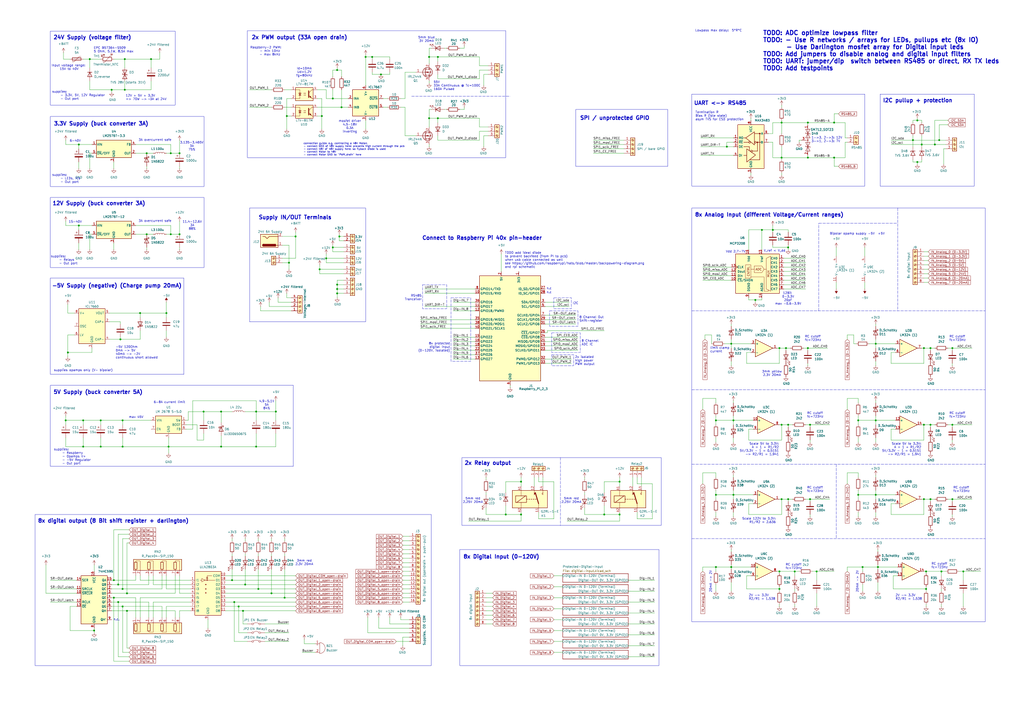
<source format=kicad_sch>
(kicad_sch
	(version 20231120)
	(generator "eeschema")
	(generator_version "8.0")
	(uuid "af4d11a6-73e1-4c39-a25e-5fe7dfa07237")
	(paper "A2")
	
	(junction
		(at 48.26 259.08)
		(diameter 0)
		(color 0 0 0 0)
		(uuid "04e54955-95ed-4070-adbb-7cee1b2c7a8b")
	)
	(junction
		(at 135.89 349.25)
		(diameter 0)
		(color 0 0 0 0)
		(uuid "05eca1c0-0042-44d8-82a8-b1f48175c33d")
	)
	(junction
		(at 483.87 91.44)
		(diameter 0)
		(color 0 0 0 0)
		(uuid "06f335d7-63de-4572-a20a-022b6c7f93c9")
	)
	(junction
		(at 542.29 83.82)
		(diameter 0)
		(color 0 0 0 0)
		(uuid "072c8fc6-89d0-4715-8ea4-dd9134761f17")
	)
	(junction
		(at 529.59 81.28)
		(diameter 0)
		(color 0 0 0 0)
		(uuid "07823899-5798-4592-8eff-8b1fe5858f30")
	)
	(junction
		(at 220.98 43.18)
		(diameter 0)
		(color 0 0 0 0)
		(uuid "0c7b1ae2-c684-4906-92c2-8dfa0b9613b9")
	)
	(junction
		(at 193.04 57.15)
		(diameter 0)
		(color 0 0 0 0)
		(uuid "0eedc99b-ff42-4961-8286-6066dee5c8fe")
	)
	(junction
		(at 455.93 201.93)
		(diameter 0)
		(color 0 0 0 0)
		(uuid "0fefb793-9883-40a2-bd83-f35b47e8dbdb")
	)
	(junction
		(at 66.04 336.55)
		(diameter 0)
		(color 0 0 0 0)
		(uuid "10026633-9ac7-4b72-aa53-10151f42da81")
	)
	(junction
		(at 71.12 243.84)
		(diameter 0)
		(color 0 0 0 0)
		(uuid "105d8991-ac05-4276-b194-5060bc474cf0")
	)
	(junction
		(at 424.18 328.93)
		(diameter 0)
		(color 0 0 0 0)
		(uuid "11161079-c1a9-4ebe-8de9-fa873f6e9640")
	)
	(junction
		(at 186.69 67.31)
		(diameter 0)
		(color 0 0 0 0)
		(uuid "11580b8b-6675-41d3-b33d-e1ed958eda93")
	)
	(junction
		(at 142.24 339.09)
		(diameter 0)
		(color 0 0 0 0)
		(uuid "11903fdd-3575-4409-96d6-35550cd46cfd")
	)
	(junction
		(at 195.58 40.64)
		(diameter 0)
		(color 0 0 0 0)
		(uuid "14ee932b-b4bf-415b-ab21-01e0b930417b")
	)
	(junction
		(at 39.37 204.47)
		(diameter 0)
		(color 0 0 0 0)
		(uuid "16107448-b037-4021-a9bb-1fb19d6f36c7")
	)
	(junction
		(at 468.63 71.12)
		(diameter 0)
		(color 0 0 0 0)
		(uuid "1827b75e-5515-4844-a399-117e6918fd73")
	)
	(junction
		(at 149.86 341.63)
		(diameter 0)
		(color 0 0 0 0)
		(uuid "1ab2b0ca-ba04-4500-a455-f6bec6b9245f")
	)
	(junction
		(at 532.13 93.98)
		(diameter 0)
		(color 0 0 0 0)
		(uuid "1c476741-4a7f-44e7-a84a-5b0fc50d1df8")
	)
	(junction
		(at 72.39 52.07)
		(diameter 0)
		(color 0 0 0 0)
		(uuid "1ca1e8b3-a925-433d-8b97-4bcdb1b98a40")
	)
	(junction
		(at 457.2 246.38)
		(diameter 0)
		(color 0 0 0 0)
		(uuid "209182a8-b4b9-40cd-b5b2-bd90b860e927")
	)
	(junction
		(at 461.01 331.47)
		(diameter 0)
		(color 0 0 0 0)
		(uuid "2108f88e-bd30-4e37-bd43-f81a6b0a951c")
	)
	(junction
		(at 302.26 279.4)
		(diameter 0)
		(color 0 0 0 0)
		(uuid "213f96fc-26d9-4cf1-83bd-f4336ef00b81")
	)
	(junction
		(at 350.52 298.45)
		(diameter 0)
		(color 0 0 0 0)
		(uuid "236f3f4e-76e9-4351-baf1-7665cdb427aa")
	)
	(junction
		(at 128.27 238.76)
		(diameter 0)
		(color 0 0 0 0)
		(uuid "28045595-b22a-4b06-9953-9f52298bbfc3")
	)
	(junction
		(at 425.45 287.02)
		(diameter 0)
		(color 0 0 0 0)
		(uuid "28934ae1-6d54-433a-8602-d8951919fe72")
	)
	(junction
		(at 248.92 33.02)
		(diameter 0)
		(color 0 0 0 0)
		(uuid "2a544a35-89e9-4403-a76e-deca404b0df4")
	)
	(junction
		(at 453.39 71.12)
		(diameter 0)
		(color 0 0 0 0)
		(uuid "2d47b40e-d23f-458b-8bda-f40f4a63d16c")
	)
	(junction
		(at 415.29 287.02)
		(diameter 0)
		(color 0 0 0 0)
		(uuid "2f3e2706-66a2-4ddc-84d7-d0f87e408bee")
	)
	(junction
		(at 52.07 34.29)
		(diameter 0)
		(color 0 0 0 0)
		(uuid "323916cf-5786-4346-bdcd-89c81cb32737")
	)
	(junction
		(at 171.45 137.16)
		(diameter 0)
		(color 0 0 0 0)
		(uuid "36c7ffc8-59d3-497b-8dce-a7b0d2f66aca")
	)
	(junction
		(at 185.42 156.21)
		(diameter 0)
		(color 0 0 0 0)
		(uuid "36d68065-ce7c-4d04-bfc0-73baed985380")
	)
	(junction
		(at 48.26 243.84)
		(diameter 0)
		(color 0 0 0 0)
		(uuid "383ef42e-22d7-43b3-89d3-2af42737728c")
	)
	(junction
		(at 535.94 246.38)
		(diameter 0)
		(color 0 0 0 0)
		(uuid "3ae78f7f-94a6-4485-a6b5-d7ce73e1abef")
	)
	(junction
		(at 54.61 365.76)
		(diameter 0)
		(color 0 0 0 0)
		(uuid "3c754c5e-b249-46c4-9d05-9f550316aca5")
	)
	(junction
		(at 415.29 328.93)
		(diameter 0)
		(color 0 0 0 0)
		(uuid "3e62f561-0d72-4e6a-934a-49655edcba7a")
	)
	(junction
		(at 196.85 137.16)
		(diameter 0)
		(color 0 0 0 0)
		(uuid "4165b357-897a-49f2-9ef7-d976d8e6b00f")
	)
	(junction
		(at 58.42 243.84)
		(diameter 0)
		(color 0 0 0 0)
		(uuid "422bc740-9691-4697-b466-286d91cb40aa")
	)
	(junction
		(at 448.31 133.35)
		(diameter 0)
		(color 0 0 0 0)
		(uuid "42f8f2a2-d4f1-4f85-a7f3-af76fd15f334")
	)
	(junction
		(at 81.28 181.61)
		(diameter 0)
		(color 0 0 0 0)
		(uuid "49b65474-3c4a-461b-8a68-40a6b20540ce")
	)
	(junction
		(at 535.94 201.93)
		(diameter 0)
		(color 0 0 0 0)
		(uuid "4c28afa4-cb18-4457-bfd3-5c53dabd8baa")
	)
	(junction
		(at 66.04 346.71)
		(diameter 0)
		(color 0 0 0 0)
		(uuid "4dd49bce-72c0-4885-aaa1-4fc2ceee5ed9")
	)
	(junction
		(at 438.15 173.99)
		(diameter 0)
		(color 0 0 0 0)
		(uuid "4e57230f-aabe-47d0-b863-f2adc3d1ffe4")
	)
	(junction
		(at 537.21 331.47)
		(diameter 0)
		(color 0 0 0 0)
		(uuid "51a2075d-152f-4706-892e-e33346bc5c7c")
	)
	(junction
		(at 469.9 289.56)
		(diameter 0)
		(color 0 0 0 0)
		(uuid "5350fbf4-d95b-437a-9686-20f0bf58d3a4")
	)
	(junction
		(at 534.67 83.82)
		(diameter 0)
		(color 0 0 0 0)
		(uuid "53d66afe-70cb-456e-9b1b-03e37a30427c")
	)
	(junction
		(at 535.94 289.56)
		(diameter 0)
		(color 0 0 0 0)
		(uuid "5453c15f-3da7-498f-b4d4-eefd4a32800e")
	)
	(junction
		(at 71.12 259.08)
		(diameter 0)
		(color 0 0 0 0)
		(uuid "548e2dfb-04f2-4d21-ab49-d803782e4bea")
	)
	(junction
		(at 165.1 346.71)
		(diameter 0)
		(color 0 0 0 0)
		(uuid "5728ee18-fcb1-40dc-a17f-8fbad76f4f48")
	)
	(junction
		(at 497.84 243.84)
		(diameter 0)
		(color 0 0 0 0)
		(uuid "57a339c8-b411-45ff-a169-a3416d23d890")
	)
	(junction
		(at 359.41 298.45)
		(diameter 0)
		(color 0 0 0 0)
		(uuid "58641e9a-dfea-4a17-a599-d3f20704b922")
	)
	(junction
		(at 104.14 135.89)
		(diameter 0)
		(color 0 0 0 0)
		(uuid "5b0eb3d4-c4be-4d9b-9e7b-ef02c7a05fa6")
	)
	(junction
		(at 552.45 246.38)
		(diameter 0)
		(color 0 0 0 0)
		(uuid "5fd46808-879e-44b8-af18-96d3e87ab16f")
	)
	(junction
		(at 104.14 88.9)
		(diameter 0)
		(color 0 0 0 0)
		(uuid "6030d6cb-547f-4627-bb7a-29b5d50e2d7c")
	)
	(junction
		(at 532.13 69.85)
		(diameter 0)
		(color 0 0 0 0)
		(uuid "60649139-4bdd-472e-9af5-360b27505cfe")
	)
	(junction
		(at 45.72 83.82)
		(diameter 0)
		(color 0 0 0 0)
		(uuid "61300700-7a6f-4cf0-89e3-de24251aaf76")
	)
	(junction
		(at 500.38 328.93)
		(diameter 0)
		(color 0 0 0 0)
		(uuid "628c5c50-25e2-4f91-8c48-b88818b7ae22")
	)
	(junction
		(at 508 243.84)
		(diameter 0)
		(color 0 0 0 0)
		(uuid "681b0c0c-503e-42b4-b413-9d8b61948eb7")
	)
	(junction
		(at 189.23 149.86)
		(diameter 0)
		(color 0 0 0 0)
		(uuid "6cf7d574-f4cc-4d2d-aaa4-333b42743989")
	)
	(junction
		(at 212.09 33.02)
		(diameter 0)
		(color 0 0 0 0)
		(uuid "6f8dae14-e5bb-4ed3-8136-992dd6b276bb")
	)
	(junction
		(at 441.96 133.35)
		(diameter 0)
		(color 0 0 0 0)
		(uuid "71c80c36-cea0-487c-bcb3-ac90e6cf6909")
	)
	(junction
		(at 99.06 135.89)
		(diameter 0)
		(color 0 0 0 0)
		(uuid "72aa6fa5-05f9-4fb4-9b06-f61f0b76719e")
	)
	(junction
		(at 497.84 287.02)
		(diameter 0)
		(color 0 0 0 0)
		(uuid "72cd6455-fb65-4b52-8421-80100f0ddc8f")
	)
	(junction
		(at 68.58 339.09)
		(diameter 0)
		(color 0 0 0 0)
		(uuid "751fb691-f4d4-4afb-8c99-237d44216e6a")
	)
	(junction
		(at 160.02 238.76)
		(diameter 0)
		(color 0 0 0 0)
		(uuid "75c001cd-17a9-469a-b125-e6fab77c80b6")
	)
	(junction
		(at 457.2 143.51)
		(diameter 0)
		(color 0 0 0 0)
		(uuid "7b6a19d9-d84c-4ace-9ad2-e52657e5669a")
	)
	(junction
		(at 96.52 181.61)
		(diameter 0)
		(color 0 0 0 0)
		(uuid "7e3134f9-4b48-4e64-b337-949ca5145048")
	)
	(junction
		(at 167.64 152.4)
		(diameter 0)
		(color 0 0 0 0)
		(uuid "7e34b571-ccc5-431c-9beb-4c51058dace2")
	)
	(junction
		(at 452.12 331.47)
		(diameter 0)
		(color 0 0 0 0)
		(uuid "7eee6ae0-e862-4cf5-a20a-077da3b5824a")
	)
	(junction
		(at 552.45 201.93)
		(diameter 0)
		(color 0 0 0 0)
		(uuid "85be4b5b-1dd3-4429-a51f-714f415e4cb3")
	)
	(junction
		(at 58.42 259.08)
		(diameter 0)
		(color 0 0 0 0)
		(uuid "8858408f-f194-4c4f-bd3d-5f79bdeb0f2d")
	)
	(junction
		(at 195.58 165.1)
		(diameter 0)
		(color 0 0 0 0)
		(uuid "88c2711e-5b03-40e9-b711-09a368eecd39")
	)
	(junction
		(at 148.59 259.08)
		(diameter 0)
		(color 0 0 0 0)
		(uuid "89ab178e-a455-4ee1-9c37-6616d82dbbfd")
	)
	(junction
		(at 99.06 88.9)
		(diameter 0)
		(color 0 0 0 0)
		(uuid "8a14436b-3658-4869-9928-b6970ddfd0dd")
	)
	(junction
		(at 425.45 243.84)
		(diameter 0)
		(color 0 0 0 0)
		(uuid "8c0d1323-aeaa-4fdf-940b-e96e8f624588")
	)
	(junction
		(at 508 287.02)
		(diameter 0)
		(color 0 0 0 0)
		(uuid "8c384515-970b-4a9b-9d25-34f7c7cf5a31")
	)
	(junction
		(at 215.9 33.02)
		(diameter 0)
		(color 0 0 0 0)
		(uuid "900094c6-ad82-42ce-b9e4-bbff1fbd4f7d")
	)
	(junction
		(at 157.48 344.17)
		(diameter 0)
		(color 0 0 0 0)
		(uuid "96561ec8-8fb0-4b54-8190-e8ea97ddc94c")
	)
	(junction
		(at 45.72 130.81)
		(diameter 0)
		(color 0 0 0 0)
		(uuid "9ce26f46-c13d-457f-b7ea-3cb9a3964209")
	)
	(junction
		(at 87.63 34.29)
		(diameter 0)
		(color 0 0 0 0)
		(uuid "9e5cf790-7802-46af-ab1e-37a6016aa652")
	)
	(junction
		(at 537.21 341.63)
		(diameter 0)
		(color 0 0 0 0)
		(uuid "9f9cd4a1-53b7-4b90-939d-1f42f0144daf")
	)
	(junction
		(at 71.12 341.63)
		(diameter 0)
		(color 0 0 0 0)
		(uuid "a02a0c35-7237-4690-930d-ae7d81a03d46")
	)
	(junction
		(at 148.59 238.76)
		(diameter 0)
		(color 0 0 0 0)
		(uuid "a1035066-f2bd-42c1-b35e-660253af95e6")
	)
	(junction
		(at 166.37 67.31)
		(diameter 0)
		(color 0 0 0 0)
		(uuid "a156600e-b17b-40ee-9338-2875dd6af119")
	)
	(junction
		(at 38.1 243.84)
		(diameter 0)
		(color 0 0 0 0)
		(uuid "a1588343-c251-454b-b53e-fff8eaaaa3ac")
	)
	(junction
		(at 421.64 85.09)
		(diameter 0)
		(color 0 0 0 0)
		(uuid "a3b0547d-f7ce-442b-817a-271db96a0661")
	)
	(junction
		(at 457.2 289.56)
		(diameter 0)
		(color 0 0 0 0)
		(uuid "a647ae42-673a-4b30-ba91-f5c0de2d1fb1")
	)
	(junction
		(at 415.29 243.84)
		(diameter 0)
		(color 0 0 0 0)
		(uuid "a8916f2a-3760-4408-a711-e8008e50a42d")
	)
	(junction
		(at 552.45 289.56)
		(diameter 0)
		(color 0 0 0 0)
		(uuid "a8b20a5e-2fbe-4704-8e22-2faf27846df8")
	)
	(junction
		(at 469.9 246.38)
		(diameter 0)
		(color 0 0 0 0)
		(uuid "aad29792-d123-4844-9da8-1df2be24a9d5")
	)
	(junction
		(at 509.27 328.93)
		(diameter 0)
		(color 0 0 0 0)
		(uuid "ab657e53-e46e-4daf-86ec-72046f57a401")
	)
	(junction
		(at 293.37 298.45)
		(diameter 0)
		(color 0 0 0 0)
		(uuid "ac1970be-fc9a-493a-b832-4f526b5d8a6f")
	)
	(junction
		(at 544.83 81.28)
		(diameter 0)
		(color 0 0 0 0)
		(uuid "ac4ac232-9a0f-4efe-bd40-aa7c1fcbaeed")
	)
	(junction
		(at 64.77 52.07)
		(diameter 0)
		(color 0 0 0 0)
		(uuid "aec62089-2d46-4a73-8fe2-9440797f680d")
	)
	(junction
		(at 193.04 143.51)
		(diameter 0)
		(color 0 0 0 0)
		(uuid "afe0a47e-780f-4d3f-922b-cf183727c03c")
	)
	(junction
		(at 140.97 354.33)
		(diameter 0)
		(color 0 0 0 0)
		(uuid "b03b65c9-d63a-4b4e-b4bc-bfd5bb85047b")
	)
	(junction
		(at 128.27 259.08)
		(diameter 0)
		(color 0 0 0 0)
		(uuid "b129a554-6918-436f-b908-937c28939470")
	)
	(junction
		(at 195.58 167.64)
		(diameter 0)
		(color 0 0 0 0)
		(uuid "b2e8f750-2b92-45ce-8a68-634998755450")
	)
	(junction
		(at 85.09 135.89)
		(diameter 0)
		(color 0 0 0 0)
		(uuid "b75be159-2e10-4f46-b206-2354b78b9157")
	)
	(junction
		(at 483.87 71.12)
		(diameter 0)
		(color 0 0 0 0)
		(uuid "b75f83a7-ff43-422c-8aef-b23c65dc9f58")
	)
	(junction
		(at 452.12 341.63)
		(diameter 0)
		(color 0 0 0 0)
		(uuid "bc0e8895-a168-4b32-a3ae-032222041331")
	)
	(junction
		(at 85.09 88.9)
		(diameter 0)
		(color 0 0 0 0)
		(uuid "bcb07714-ac5e-4281-b3c3-552386782e56")
	)
	(junction
		(at 359.41 279.4)
		(diameter 0)
		(color 0 0 0 0)
		(uuid "c25e2208-2d4a-4a5d-b1b6-520bc7405c20")
	)
	(junction
		(at 71.12 351.79)
		(diameter 0)
		(color 0 0 0 0)
		(uuid "c2a7d60c-8406-4629-9f9f-20facc991908")
	)
	(junction
		(at 248.92 68.58)
		(diameter 0)
		(color 0 0 0 0)
		(uuid "c583ebaa-dbb1-42bf-9503-cd46d9d9c934")
	)
	(junction
		(at 424.18 199.39)
		(diameter 0)
		(color 0 0 0 0)
		(uuid "c5e0eb5b-7c3b-45d6-94c4-c8f1aeb4edda")
	)
	(junction
		(at 558.8 331.47)
		(diameter 0)
		(color 0 0 0 0)
		(uuid "c6fd9455-a40f-495c-b522-dad68ccccb40")
	)
	(junction
		(at 68.58 349.25)
		(diameter 0)
		(color 0 0 0 0)
		(uuid "c7252f51-5593-44ea-9ef0-15644cb2b836")
	)
	(junction
		(at 468.63 201.93)
		(diameter 0)
		(color 0 0 0 0)
		(uuid "c9a1a788-271b-4313-91ac-1eb41a1be2d1")
	)
	(junction
		(at 73.66 344.17)
		(diameter 0)
		(color 0 0 0 0)
		(uuid "ca97fd06-a20b-4255-9402-c6f0775648c9")
	)
	(junction
		(at 539.75 289.56)
		(diameter 0)
		(color 0 0 0 0)
		(uuid "cce9ddbf-6d0b-4bc9-aa3e-08b573ecddaa")
	)
	(junction
		(at 539.75 246.38)
		(diameter 0)
		(color 0 0 0 0)
		(uuid "cef5d492-924d-4b16-915e-16292a4ec979")
	)
	(junction
		(at 546.1 331.47)
		(diameter 0)
		(color 0 0 0 0)
		(uuid "d3002e4b-d3e1-40cc-9b8a-5d2c7334c6dd")
	)
	(junction
		(at 539.75 201.93)
		(diameter 0)
		(color 0 0 0 0)
		(uuid "d5958f52-db39-4d96-9f5c-46cc0e0a9c13")
	)
	(junction
		(at 468.63 91.44)
		(diameter 0)
		(color 0 0 0 0)
		(uuid "d5f0980c-b894-41c8-ad9a-99d84da95533")
	)
	(junction
		(at 254 68.58)
		(diameter 0)
		(color 0 0 0 0)
		(uuid "d7f6abff-a394-48b0-8295-d13e407a04cb")
	)
	(junction
		(at 72.39 34.29)
		(diameter 0)
		(color 0 0 0 0)
		(uuid "d8f092e7-91d1-49cd-8b38-bfbac74525e6")
	)
	(junction
		(at 473.71 331.47)
		(diameter 0)
		(color 0 0 0 0)
		(uuid "dd672ca4-9aed-4510-a18a-eaf4c4b1b5b2")
	)
	(junction
		(at 508 199.39)
		(diameter 0)
		(color 0 0 0 0)
		(uuid "dd99b0be-8d82-412c-a9e5-745f68c0f208")
	)
	(junction
		(at 453.39 246.38)
		(diameter 0)
		(color 0 0 0 0)
		(uuid "e06e2f01-d838-48f6-8efa-7e05b926ca29")
	)
	(junction
		(at 302.26 298.45)
		(diameter 0)
		(color 0 0 0 0)
		(uuid "e0fcc60c-adef-4503-b67d-31eec596d694")
	)
	(junction
		(at 198.12 62.23)
		(diameter 0)
		(color 0 0 0 0)
		(uuid "e5b099e1-f557-4448-b3d0-b283fc211558")
	)
	(junction
		(at 134.62 336.55)
		(diameter 0)
		(color 0 0 0 0)
		(uuid "e5bd5461-5bb2-4b08-87c8-6e463ef8db0a")
	)
	(junction
		(at 118.11 238.76)
		(diameter 0)
		(color 0 0 0 0)
		(uuid "e70a65f8-f7a2-47ed-978c-48ab0ab55eb7")
	)
	(junction
		(at 254 33.02)
		(diameter 0)
		(color 0 0 0 0)
		(uuid "e8615103-e90c-4f75-b440-b8fad443ff1e")
	)
	(junction
		(at 69.85 196.85)
		(diameter 0)
		(color 0 0 0 0)
		(uuid "eac55c9c-6217-4313-8428-a310d44dd53f")
	)
	(junction
		(at 453.39 91.44)
		(diameter 0)
		(color 0 0 0 0)
		(uuid "ed02a82a-9a4c-446b-b18a-c2e77fed11fa")
	)
	(junction
		(at 453.39 289.56)
		(diameter 0)
		(color 0 0 0 0)
		(uuid "ef6c709f-f6a8-4332-b336-2fc745163133")
	)
	(junction
		(at 97.79 259.08)
		(diameter 0)
		(color 0 0 0 0)
		(uuid "f74be3ca-6702-47ef-b237-4f888ce46f38")
	)
	(junction
		(at 195.58 170.18)
		(diameter 0)
		(color 0 0 0 0)
		(uuid "f7f75933-16ea-47d7-b287-2e617fa65d71")
	)
	(junction
		(at 138.43 351.79)
		(diameter 0)
		(color 0 0 0 0)
		(uuid "fae7fc45-5150-4de6-9de8-a36ec31aa312")
	)
	(junction
		(at 452.12 201.93)
		(diameter 0)
		(color 0 0 0 0)
		(uuid "fbce1fdb-db5b-4f19-bbb5-0a9c27bcbc89")
	)
	(junction
		(at 73.66 354.33)
		(diameter 0)
		(color 0 0 0 0)
		(uuid "fcfc1728-3653-4623-b7b5-a4e4cd6811ba")
	)
	(wire
		(pts
			(xy 457.2 142.24) (xy 457.2 143.51)
		)
		(stroke
			(width 0)
			(type default)
		)
		(uuid "0054231e-6c1c-4b62-a261-da803b448710")
	)
	(wire
		(pts
			(xy 199.39 152.4) (xy 189.23 152.4)
		)
		(stroke
			(width 0)
			(type default)
		)
		(uuid "00545783-b683-4c25-a5a8-313c6c100a89")
	)
	(wire
		(pts
			(xy 233.68 323.85) (xy 237.49 323.85)
		)
		(stroke
			(width 0)
			(type default)
		)
		(uuid "00818073-0ff6-4df9-84ad-d009831f149e")
	)
	(wire
		(pts
			(xy 157.48 330.2) (xy 157.48 344.17)
		)
		(stroke
			(width 0)
			(type default)
		)
		(uuid "008afce7-2f89-4bee-bec1-74412a14f6ad")
	)
	(wire
		(pts
			(xy 184.15 62.23) (xy 198.12 62.23)
		)
		(stroke
			(width 0)
			(type default)
		)
		(uuid "00912cef-7458-4250-9601-851325c17234")
	)
	(wire
		(pts
			(xy 184.15 52.07) (xy 189.23 52.07)
		)
		(stroke
			(width 0)
			(type default)
		)
		(uuid "00e44004-c513-4de5-a722-c1ec9c261caa")
	)
	(wire
		(pts
			(xy 415.29 339.09) (xy 415.29 342.9)
		)
		(stroke
			(width 0)
			(type default)
		)
		(uuid "00ef2f56-37bd-4ed0-aeb9-aa019bd24e2f")
	)
	(wire
		(pts
			(xy 138.43 367.03) (xy 138.43 351.79)
		)
		(stroke
			(width 0)
			(type default)
		)
		(uuid "00fdba94-28e0-4b7e-a3f6-8468a273182f")
	)
	(wire
		(pts
			(xy 469.9 246.38) (xy 469.9 247.65)
		)
		(stroke
			(width 0)
			(type default)
		)
		(uuid "01a5f7f5-381b-4726-8886-b420b25ccedd")
	)
	(wire
		(pts
			(xy 130.81 349.25) (xy 135.89 349.25)
		)
		(stroke
			(width 0)
			(type default)
		)
		(uuid "01f70877-5d35-4473-8154-b32633fb4439")
	)
	(wire
		(pts
			(xy 212.09 33.02) (xy 215.9 33.02)
		)
		(stroke
			(width 0)
			(type default)
		)
		(uuid "02432959-10b0-4f2a-af2d-7311d5fec00d")
	)
	(wire
		(pts
			(xy 364.49 381) (xy 379.73 381)
		)
		(stroke
			(width 0)
			(type default)
		)
		(uuid "02ad12e9-171b-44af-b8d5-404ce7de4145")
	)
	(wire
		(pts
			(xy 54.61 364.49) (xy 54.61 365.76)
		)
		(stroke
			(width 0)
			(type default)
		)
		(uuid "02caf3da-4dfe-464a-bed0-55c975aa32ca")
	)
	(wire
		(pts
			(xy 262.89 195.58) (xy 275.59 195.58)
		)
		(stroke
			(width 0)
			(type default)
		)
		(uuid "02f927d2-46f0-4067-bb2c-7b5ed625f8eb")
	)
	(wire
		(pts
			(xy 163.83 149.86) (xy 171.45 149.86)
		)
		(stroke
			(width 0)
			(type default)
		)
		(uuid "02fbffc1-1a80-4729-b02b-5df049ccd742")
	)
	(wire
		(pts
			(xy 278.13 73.66) (xy 278.13 68.58)
		)
		(stroke
			(width 0)
			(type default)
		)
		(uuid "030da04f-bb6a-49d5-a07a-b1ac13ef0d2c")
	)
	(wire
		(pts
			(xy 149.86 330.2) (xy 149.86 341.63)
		)
		(stroke
			(width 0)
			(type default)
		)
		(uuid "041815f2-6a56-4b6a-bb9d-9c928a900a5c")
	)
	(wire
		(pts
			(xy 453.39 246.38) (xy 457.2 246.38)
		)
		(stroke
			(width 0)
			(type default)
		)
		(uuid "04304b2e-0c68-4a14-bbe0-0e23cac30e94")
	)
	(wire
		(pts
			(xy 529.59 71.12) (xy 529.59 69.85)
		)
		(stroke
			(width 0)
			(type default)
		)
		(uuid "0445f1c5-cbd7-41f2-81d5-6122602375c6")
	)
	(polyline
		(pts
			(xy 238.76 55.88) (xy 295.91 55.88)
		)
		(stroke
			(width 0)
			(type dash)
		)
		(uuid "0562829c-78ed-418e-bf83-3ad41711062d")
	)
	(wire
		(pts
			(xy 128.27 252.73) (xy 128.27 259.08)
		)
		(stroke
			(width 0)
			(type default)
		)
		(uuid "056eeaf6-cef0-4a15-9aa0-a138145aa6e3")
	)
	(wire
		(pts
			(xy 321.31 279.4) (xy 321.31 300.99)
		)
		(stroke
			(width 0)
			(type default)
		)
		(uuid "05769be8-6486-49a6-96aa-282d535c7d39")
	)
	(wire
		(pts
			(xy 434.34 144.78) (xy 434.34 133.35)
		)
		(stroke
			(width 0)
			(type default)
		)
		(uuid "05c7cccb-cca5-4623-97c8-040d9b4df307")
	)
	(wire
		(pts
			(xy 66.04 336.55) (xy 78.74 336.55)
		)
		(stroke
			(width 0)
			(type default)
		)
		(uuid "060a1e46-185f-46d5-bb25-4b502bfab042")
	)
	(wire
		(pts
			(xy 45.72 83.82) (xy 53.34 83.82)
		)
		(stroke
			(width 0)
			(type default)
		)
		(uuid "062e080a-8aeb-47cc-970e-09456cd360cd")
	)
	(wire
		(pts
			(xy 135.89 349.25) (xy 171.45 349.25)
		)
		(stroke
			(width 0)
			(type default)
		)
		(uuid "0659393b-3309-4473-b9a3-0b8d8e6240c7")
	)
	(wire
		(pts
			(xy 454.66 149.86) (xy 467.36 149.86)
		)
		(stroke
			(width 0)
			(type default)
		)
		(uuid "068083fa-fce7-43b5-8463-4f98840e7a26")
	)
	(wire
		(pts
			(xy 93.98 341.63) (xy 93.98 334.01)
		)
		(stroke
			(width 0)
			(type default)
		)
		(uuid "0682b7ac-d716-40a5-af74-9d38bd3e4468")
	)
	(wire
		(pts
			(xy 321.31 300.99) (xy 312.42 300.99)
		)
		(stroke
			(width 0)
			(type default)
		)
		(uuid "06a1b25e-5913-4cbd-a6dc-df54f02c3062")
	)
	(wire
		(pts
			(xy 316.23 182.88) (xy 334.01 182.88)
		)
		(stroke
			(width 0)
			(type default)
		)
		(uuid "06d6f191-9971-474b-b097-e0a1a133101e")
	)
	(wire
		(pts
			(xy 74.93 309.88) (xy 68.58 309.88)
		)
		(stroke
			(width 0)
			(type default)
		)
		(uuid "0768423a-ac1c-4f99-9532-7ef87789f549")
	)
	(wire
		(pts
			(xy 81.28 191.77) (xy 81.28 196.85)
		)
		(stroke
			(width 0)
			(type default)
		)
		(uuid "07802d6c-0405-4611-8498-2921642973c9")
	)
	(wire
		(pts
			(xy 457.2 289.56) (xy 459.74 289.56)
		)
		(stroke
			(width 0)
			(type default)
		)
		(uuid "08d4afc6-7a52-4c48-90ea-de03339f3fec")
	)
	(wire
		(pts
			(xy 434.34 292.1) (xy 434.34 298.45)
		)
		(stroke
			(width 0)
			(type default)
		)
		(uuid "08da2754-5954-4cc6-88b7-c43418808a5f")
	)
	(wire
		(pts
			(xy 233.68 331.47) (xy 237.49 331.47)
		)
		(stroke
			(width 0)
			(type default)
		)
		(uuid "09105bff-0442-453e-b260-c98527da345d")
	)
	(wire
		(pts
			(xy 69.85 196.85) (xy 63.5 196.85)
		)
		(stroke
			(width 0)
			(type default)
		)
		(uuid "09231105-ced3-4313-bf61-0ff5f84aa1d1")
	)
	(wire
		(pts
			(xy 454.66 152.4) (xy 467.36 152.4)
		)
		(stroke
			(width 0)
			(type default)
		)
		(uuid "0932f8bf-1781-41f0-8075-3b7e84ddb5c7")
	)
	(polyline
		(pts
			(xy 401.32 312.42) (xy 571.5 312.42)
		)
		(stroke
			(width 0)
			(type dash)
		)
		(uuid "094d5652-c661-4611-aef7-df74f3da51b8")
	)
	(wire
		(pts
			(xy 52.07 97.79) (xy 52.07 88.9)
		)
		(stroke
			(width 0)
			(type default)
		)
		(uuid "096d85b4-5d51-44af-82ba-979fa750f17a")
	)
	(wire
		(pts
			(xy 186.69 67.31) (xy 186.69 57.15)
		)
		(stroke
			(width 0)
			(type default)
		)
		(uuid "09c9e21f-8206-47ae-a9c8-c044bfbcae4a")
	)
	(wire
		(pts
			(xy 497.84 284.48) (xy 497.84 287.02)
		)
		(stroke
			(width 0)
			(type default)
		)
		(uuid "09d9a41a-af3c-4a91-ad4d-2c3b79cf9ec7")
	)
	(wire
		(pts
			(xy 54.61 327.66) (xy 54.61 331.47)
		)
		(stroke
			(width 0)
			(type default)
		)
		(uuid "0a051774-4cbb-4b66-bf37-8910fac947bb")
	)
	(wire
		(pts
			(xy 539.75 246.38) (xy 539.75 247.65)
		)
		(stroke
			(width 0)
			(type default)
		)
		(uuid "0a19eb4a-b45c-478b-9d63-c374df4a79a0")
	)
	(wire
		(pts
			(xy 81.28 181.61) (xy 96.52 181.61)
		)
		(stroke
			(width 0)
			(type default)
		)
		(uuid "0a9bbdf8-1908-4d8c-8217-07db364293b0")
	)
	(wire
		(pts
			(xy 64.77 354.33) (xy 73.66 354.33)
		)
		(stroke
			(width 0)
			(type default)
		)
		(uuid "0aa33d96-2e44-4442-b63d-f8ede3d506ac")
	)
	(wire
		(pts
			(xy 415.29 274.32) (xy 415.29 276.86)
		)
		(stroke
			(width 0)
			(type default)
		)
		(uuid "0b798a4e-ae38-46ca-9967-253a2656e0f1")
	)
	(wire
		(pts
			(xy 68.58 381) (xy 68.58 349.25)
		)
		(stroke
			(width 0)
			(type default)
		)
		(uuid "0d64bcbd-9b4c-4f6e-98d3-beab5b2606b6")
	)
	(wire
		(pts
			(xy 88.9 339.09) (xy 110.49 339.09)
		)
		(stroke
			(width 0)
			(type default)
		)
		(uuid "0e92e4be-38e2-45e5-939b-f91def45932d")
	)
	(wire
		(pts
			(xy 497.84 243.84) (xy 497.84 246.38)
		)
		(stroke
			(width 0)
			(type default)
		)
		(uuid "0f4644b6-fa54-41ce-a769-bba1ac182829")
	)
	(wire
		(pts
			(xy 435.61 68.58) (xy 435.61 69.85)
		)
		(stroke
			(width 0)
			(type default)
		)
		(uuid "0fdad08b-4b60-4f92-976c-2a5e922013e0")
	)
	(wire
		(pts
			(xy 148.59 238.76) (xy 148.59 243.84)
		)
		(stroke
			(width 0)
			(type default)
		)
		(uuid "10545d38-a86d-4f4b-9d61-a90e5b83a28b")
	)
	(wire
		(pts
			(xy 138.43 351.79) (xy 171.45 351.79)
		)
		(stroke
			(width 0)
			(type default)
		)
		(uuid "105e6ead-c219-4b9a-9c48-5f4c927466e0")
	)
	(wire
		(pts
			(xy 491.49 274.32) (xy 497.84 274.32)
		)
		(stroke
			(width 0)
			(type default)
		)
		(uuid "10a6a44e-d783-4ce2-86b8-20bd8032d780")
	)
	(wire
		(pts
			(xy 262.89 203.2) (xy 275.59 203.2)
		)
		(stroke
			(width 0)
			(type default)
		)
		(uuid "10a757e5-89b9-4989-b591-35fa1e44e30a")
	)
	(wire
		(pts
			(xy 535.94 255.27) (xy 535.94 246.38)
		)
		(stroke
			(width 0)
			(type default)
		)
		(uuid "1103b789-e8a0-437b-b861-57f3bb0fe1fd")
	)
	(wire
		(pts
			(xy 148.59 238.76) (xy 160.02 238.76)
		)
		(stroke
			(width 0)
			(type default)
		)
		(uuid "11050421-263c-408e-9ff9-8d4704e38685")
	)
	(wire
		(pts
			(xy 508 209.55) (xy 508 212.09)
		)
		(stroke
			(width 0)
			(type default)
		)
		(uuid "110938bc-7e57-48c8-9cf6-d617786f4017")
	)
	(wire
		(pts
			(xy 316.23 185.42) (xy 334.01 185.42)
		)
		(stroke
			(width 0)
			(type default)
		)
		(uuid "119c66a0-9194-4112-8a35-c7ab420db9e3")
	)
	(wire
		(pts
			(xy 254 68.58) (xy 254 71.12)
		)
		(stroke
			(width 0)
			(type default)
		)
		(uuid "11c359c3-26fe-4117-8dcc-0f087608c0a4")
	)
	(wire
		(pts
			(xy 529.59 93.98) (xy 532.13 93.98)
		)
		(stroke
			(width 0)
			(type default)
		)
		(uuid "120cdc1a-687e-4eba-afd7-f1b2efe76e94")
	)
	(wire
		(pts
			(xy 285.75 359.41) (xy 281.94 359.41)
		)
		(stroke
			(width 0)
			(type default)
		)
		(uuid "1238accc-b1f4-495d-9555-1773ffdde48b")
	)
	(wire
		(pts
			(xy 407.67 231.14) (xy 415.29 231.14)
		)
		(stroke
			(width 0)
			(type default)
		)
		(uuid "1257bc49-635e-40d2-adbc-efdb0b93d729")
	)
	(wire
		(pts
			(xy 104.14 143.51) (xy 104.14 144.78)
		)
		(stroke
			(width 0)
			(type default)
		)
		(uuid "125a7d11-0e70-4fc2-ad30-a60c78e9f5a4")
	)
	(wire
		(pts
			(xy 199.39 156.21) (xy 185.42 156.21)
		)
		(stroke
			(width 0)
			(type default)
		)
		(uuid "1277afae-9962-4396-93da-5f8be530e087")
	)
	(wire
		(pts
			(xy 29.21 336.55) (xy 44.45 336.55)
		)
		(stroke
			(width 0)
			(type default)
		)
		(uuid "12a983d3-1186-4ca8-a60c-5c45001d78ec")
	)
	(wire
		(pts
			(xy 421.64 82.55) (xy 425.45 82.55)
		)
		(stroke
			(width 0)
			(type default)
		)
		(uuid "12d77e0a-5dcd-4dd0-8d7e-2bd92b3f4f23")
	)
	(wire
		(pts
			(xy 285.75 344.17) (xy 281.94 344.17)
		)
		(stroke
			(width 0)
			(type default)
		)
		(uuid "131e9cc7-fe99-45a7-b73f-6d1a85fbc334")
	)
	(wire
		(pts
			(xy 144.78 52.07) (xy 157.48 52.07)
		)
		(stroke
			(width 0)
			(type default)
		)
		(uuid "13498381-d22d-4321-8dae-bb4e3470f921")
	)
	(wire
		(pts
			(xy 534.67 93.98) (xy 534.67 92.71)
		)
		(stroke
			(width 0)
			(type default)
		)
		(uuid "135d3430-334d-4aef-a7e9-ae49e108ebcb")
	)
	(wire
		(pts
			(xy 160.02 251.46) (xy 160.02 259.08)
		)
		(stroke
			(width 0)
			(type default)
		)
		(uuid "137c88a4-e84c-4de9-8e08-42b4620e394d")
	)
	(wire
		(pts
			(xy 52.07 34.29) (xy 52.07 39.37)
		)
		(stroke
			(width 0)
			(type default)
		)
		(uuid "147be2c8-821e-4c84-a2e1-06b7f4973251")
	)
	(wire
		(pts
			(xy 448.31 143.51) (xy 457.2 143.51)
		)
		(stroke
			(width 0)
			(type default)
		)
		(uuid "14e2a1f5-5ec8-44d4-8c05-ee4cab2bd0fb")
	)
	(wire
		(pts
			(xy 535.94 158.75) (xy 538.48 158.75)
		)
		(stroke
			(width 0)
			(type default)
		)
		(uuid "14f8bc70-e152-47b8-b5b7-589734aa4ea8")
	)
	(wire
		(pts
			(xy 539.75 201.93) (xy 542.29 201.93)
		)
		(stroke
			(width 0)
			(type default)
		)
		(uuid "15621219-290f-410b-a757-cdd9d2345727")
	)
	(wire
		(pts
			(xy 452.12 331.47) (xy 452.12 332.74)
		)
		(stroke
			(width 0)
			(type default)
		)
		(uuid "1650821f-6f72-4ef4-81aa-36ef4033d5a7")
	)
	(wire
		(pts
			(xy 157.48 312.42) (xy 157.48 313.69)
		)
		(stroke
			(width 0)
			(type default)
		)
		(uuid "17126ad0-a1ca-48f1-8760-53792368c4a8")
	)
	(wire
		(pts
			(xy 96.52 334.01) (xy 96.52 341.63)
		)
		(stroke
			(width 0)
			(type default)
		)
		(uuid "17133fa4-9e22-455f-99d1-e5ad0e844480")
	)
	(wire
		(pts
			(xy 96.52 341.63) (xy 110.49 341.63)
		)
		(stroke
			(width 0)
			(type default)
		)
		(uuid "17b72f9a-c181-4330-a138-b94bb453fd18")
	)
	(wire
		(pts
			(xy 452.12 210.82) (xy 452.12 201.93)
		)
		(stroke
			(width 0)
			(type default)
		)
		(uuid "17bbe78c-8ffb-4b23-9f87-29b2d98865bc")
	)
	(wire
		(pts
			(xy 262.89 180.34) (xy 275.59 180.34)
		)
		(stroke
			(width 0)
			(type default)
		)
		(uuid "18bd5913-41be-4769-8641-d6823b668dd5")
	)
	(wire
		(pts
			(xy 215.9 34.29) (xy 215.9 33.02)
		)
		(stroke
			(width 0)
			(type default)
		)
		(uuid "18dc0aef-b3db-4808-8839-8af1912155b4")
	)
	(wire
		(pts
			(xy 233.68 369.57) (xy 237.49 369.57)
		)
		(stroke
			(width 0)
			(type default)
		)
		(uuid "1995e748-4771-480d-8d31-bf8f590a5fd4")
	)
	(wire
		(pts
			(xy 281.94 294.64) (xy 281.94 298.45)
		)
		(stroke
			(width 0)
			(type default)
		)
		(uuid "1a9b8154-dfe5-48da-9674-520ef25d19f9")
	)
	(wire
		(pts
			(xy 436.88 248.92) (xy 434.34 248.92)
		)
		(stroke
			(width 0)
			(type default)
		)
		(uuid "1a9d8fbd-579f-424a-9e77-5087a207aaee")
	)
	(wire
		(pts
			(xy 452.12 246.38) (xy 453.39 246.38)
		)
		(stroke
			(width 0)
			(type default)
		)
		(uuid "1aa8f332-c29d-4eb2-9746-0ba21528bbb1")
	)
	(wire
		(pts
			(xy 425.45 287.02) (xy 425.45 289.56)
		)
		(stroke
			(width 0)
			(type default)
		)
		(uuid "1ab50263-9f5c-45b0-a434-9b22b0ecc0b3")
	)
	(wire
		(pts
			(xy 
... [548456 chars truncated]
</source>
